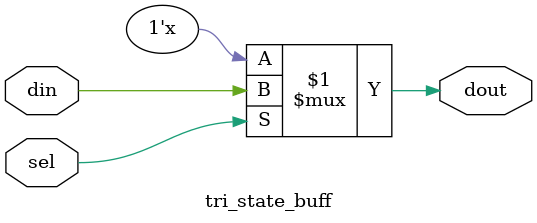
<source format=v>
module tri_state_buff(
	input din,
	input sel,
	output dout
	);
	
	bufif1 B1 (dout, din, sel);
	
endmodule
</source>
